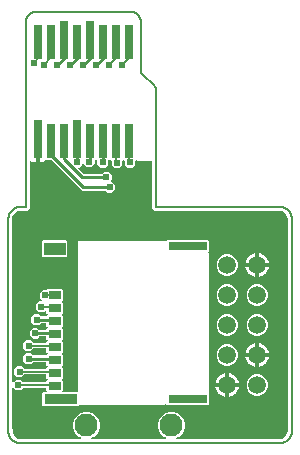
<source format=gbl>
G04 EAGLE Gerber RS-274X export*
G75*
%MOMM*%
%FSLAX34Y34*%
%LPD*%
%AMOC8*
5,1,8,0,0,1.08239X$1,22.5*%
G01*
%ADD10C,0.152400*%
%ADD11C,0.203200*%
%ADD12C,1.508000*%
%ADD13C,1.950000*%
%ADD14R,0.800000X2.900000*%
%ADD15R,0.800000X3.200000*%
%ADD16R,0.800000X3.300000*%
%ADD17R,3.330000X0.700000*%
%ADD18R,1.100000X0.700000*%
%ADD19R,1.830000X1.140000*%
%ADD20R,2.800000X0.860000*%
%ADD21C,0.254000*%
%ADD22C,0.609600*%

G36*
X61056Y3318D02*
X61056Y3318D01*
X61153Y3328D01*
X61177Y3338D01*
X61203Y3342D01*
X61289Y3388D01*
X61378Y3428D01*
X61397Y3445D01*
X61421Y3458D01*
X61488Y3528D01*
X61559Y3594D01*
X61572Y3617D01*
X61590Y3636D01*
X61631Y3724D01*
X61678Y3810D01*
X61683Y3835D01*
X61694Y3859D01*
X61704Y3956D01*
X61722Y4052D01*
X61718Y4078D01*
X61721Y4103D01*
X61700Y4199D01*
X61686Y4295D01*
X61674Y4318D01*
X61668Y4344D01*
X61618Y4427D01*
X61574Y4514D01*
X61556Y4533D01*
X61542Y4555D01*
X61468Y4618D01*
X61399Y4686D01*
X61370Y4702D01*
X61355Y4715D01*
X61325Y4727D01*
X61252Y4767D01*
X59623Y5442D01*
X56452Y8613D01*
X54735Y12757D01*
X54735Y17243D01*
X56452Y21387D01*
X59623Y24558D01*
X63767Y26275D01*
X68253Y26275D01*
X72397Y24558D01*
X75568Y21387D01*
X77285Y17243D01*
X77285Y12757D01*
X75568Y8613D01*
X72397Y5442D01*
X70768Y4767D01*
X70685Y4716D01*
X70599Y4670D01*
X70582Y4652D01*
X70559Y4638D01*
X70497Y4562D01*
X70430Y4492D01*
X70419Y4468D01*
X70402Y4448D01*
X70368Y4357D01*
X70326Y4269D01*
X70324Y4243D01*
X70314Y4219D01*
X70310Y4121D01*
X70299Y4025D01*
X70305Y3999D01*
X70304Y3973D01*
X70331Y3879D01*
X70352Y3784D01*
X70365Y3762D01*
X70372Y3737D01*
X70428Y3657D01*
X70478Y3573D01*
X70498Y3556D01*
X70513Y3535D01*
X70591Y3476D01*
X70665Y3413D01*
X70689Y3403D01*
X70710Y3388D01*
X70802Y3358D01*
X70893Y3321D01*
X70925Y3318D01*
X70944Y3312D01*
X70977Y3312D01*
X71060Y3303D01*
X132960Y3303D01*
X133056Y3318D01*
X133153Y3328D01*
X133177Y3338D01*
X133203Y3342D01*
X133289Y3388D01*
X133378Y3428D01*
X133397Y3445D01*
X133421Y3458D01*
X133488Y3528D01*
X133559Y3594D01*
X133572Y3617D01*
X133590Y3636D01*
X133631Y3724D01*
X133678Y3810D01*
X133683Y3835D01*
X133694Y3859D01*
X133704Y3956D01*
X133722Y4052D01*
X133718Y4078D01*
X133721Y4103D01*
X133700Y4199D01*
X133686Y4295D01*
X133674Y4318D01*
X133668Y4344D01*
X133618Y4427D01*
X133574Y4514D01*
X133556Y4533D01*
X133542Y4555D01*
X133468Y4618D01*
X133399Y4686D01*
X133370Y4702D01*
X133355Y4715D01*
X133325Y4727D01*
X133252Y4767D01*
X131623Y5442D01*
X128452Y8613D01*
X126735Y12757D01*
X126735Y17243D01*
X128452Y21387D01*
X131623Y24558D01*
X135767Y26275D01*
X140253Y26275D01*
X144397Y24558D01*
X147568Y21387D01*
X149285Y17243D01*
X149285Y12757D01*
X147568Y8613D01*
X144397Y5442D01*
X142768Y4767D01*
X142685Y4716D01*
X142599Y4670D01*
X142582Y4652D01*
X142559Y4638D01*
X142497Y4562D01*
X142430Y4492D01*
X142419Y4468D01*
X142402Y4448D01*
X142368Y4357D01*
X142326Y4269D01*
X142324Y4243D01*
X142314Y4219D01*
X142310Y4121D01*
X142299Y4025D01*
X142305Y3999D01*
X142304Y3973D01*
X142331Y3879D01*
X142352Y3784D01*
X142365Y3762D01*
X142372Y3737D01*
X142428Y3657D01*
X142478Y3573D01*
X142498Y3556D01*
X142513Y3535D01*
X142591Y3476D01*
X142665Y3413D01*
X142689Y3403D01*
X142710Y3388D01*
X142802Y3358D01*
X142893Y3321D01*
X142925Y3318D01*
X142944Y3312D01*
X142977Y3312D01*
X143060Y3303D01*
X227957Y3303D01*
X228048Y3317D01*
X228138Y3325D01*
X228168Y3337D01*
X228200Y3342D01*
X228281Y3385D01*
X228365Y3421D01*
X228397Y3447D01*
X228418Y3458D01*
X228440Y3481D01*
X228496Y3526D01*
X228527Y3557D01*
X230000Y3557D01*
X230026Y3561D01*
X230075Y3560D01*
X231183Y3670D01*
X231210Y3677D01*
X231239Y3677D01*
X231400Y3724D01*
X233448Y4572D01*
X233504Y4607D01*
X233564Y4632D01*
X233629Y4684D01*
X233657Y4702D01*
X233670Y4717D01*
X233695Y4737D01*
X235263Y6305D01*
X235301Y6358D01*
X235347Y6405D01*
X235387Y6478D01*
X235406Y6505D01*
X235412Y6523D01*
X235428Y6552D01*
X236276Y8600D01*
X236283Y8628D01*
X236296Y8653D01*
X236330Y8817D01*
X236440Y9925D01*
X236438Y9952D01*
X236443Y10000D01*
X236443Y11473D01*
X236474Y11504D01*
X236527Y11578D01*
X236587Y11648D01*
X236599Y11678D01*
X236618Y11704D01*
X236645Y11791D01*
X236679Y11876D01*
X236683Y11917D01*
X236690Y11939D01*
X236689Y11971D01*
X236697Y12043D01*
X236697Y187957D01*
X236683Y188048D01*
X236675Y188138D01*
X236663Y188168D01*
X236658Y188200D01*
X236615Y188281D01*
X236579Y188365D01*
X236553Y188397D01*
X236542Y188418D01*
X236519Y188440D01*
X236474Y188496D01*
X236443Y188527D01*
X236443Y190000D01*
X236439Y190026D01*
X236440Y190075D01*
X236330Y191183D01*
X236323Y191210D01*
X236323Y191239D01*
X236276Y191400D01*
X235428Y193448D01*
X235393Y193504D01*
X235368Y193564D01*
X235316Y193629D01*
X235298Y193657D01*
X235283Y193670D01*
X235263Y193695D01*
X233695Y195263D01*
X233642Y195301D01*
X233595Y195347D01*
X233522Y195387D01*
X233495Y195406D01*
X233477Y195412D01*
X233448Y195428D01*
X231400Y196276D01*
X231372Y196283D01*
X231347Y196296D01*
X231183Y196330D01*
X230075Y196440D01*
X230048Y196438D01*
X230000Y196443D01*
X228527Y196443D01*
X228496Y196474D01*
X228422Y196527D01*
X228352Y196587D01*
X228322Y196599D01*
X228296Y196618D01*
X228209Y196645D01*
X228124Y196679D01*
X228083Y196683D01*
X228061Y196690D01*
X228029Y196689D01*
X227957Y196697D01*
X123632Y196697D01*
X121697Y198632D01*
X121697Y238062D01*
X121686Y238133D01*
X121684Y238205D01*
X121666Y238254D01*
X121658Y238305D01*
X121624Y238368D01*
X121599Y238436D01*
X121567Y238477D01*
X121542Y238523D01*
X121491Y238572D01*
X121446Y238628D01*
X121402Y238656D01*
X121364Y238692D01*
X121299Y238722D01*
X121239Y238761D01*
X121188Y238774D01*
X121141Y238796D01*
X121070Y238803D01*
X121000Y238821D01*
X120948Y238817D01*
X120897Y238823D01*
X120826Y238807D01*
X120755Y238802D01*
X120707Y238781D01*
X120656Y238770D01*
X120595Y238733D01*
X120585Y238729D01*
X109474Y238729D01*
X108872Y239331D01*
X108814Y239373D01*
X108762Y239422D01*
X108715Y239444D01*
X108673Y239474D01*
X108604Y239495D01*
X108539Y239526D01*
X108487Y239531D01*
X108437Y239547D01*
X108366Y239545D01*
X108295Y239553D01*
X108244Y239542D01*
X108192Y239540D01*
X108124Y239516D01*
X108054Y239500D01*
X108009Y239474D01*
X107961Y239456D01*
X107905Y239411D01*
X107843Y239374D01*
X107809Y239335D01*
X107769Y239302D01*
X107730Y239242D01*
X107683Y239187D01*
X107664Y239139D01*
X107636Y239095D01*
X107618Y239026D01*
X107591Y238959D01*
X107583Y238888D01*
X107575Y238857D01*
X107577Y238833D01*
X107573Y238792D01*
X107573Y235606D01*
X104894Y232927D01*
X101106Y232927D01*
X98427Y235606D01*
X98427Y238714D01*
X98424Y238734D01*
X98426Y238753D01*
X98404Y238855D01*
X98388Y238957D01*
X98378Y238974D01*
X98374Y238994D01*
X98321Y239083D01*
X98272Y239174D01*
X98258Y239188D01*
X98248Y239205D01*
X98169Y239272D01*
X98094Y239344D01*
X98076Y239352D01*
X98061Y239365D01*
X97965Y239404D01*
X97871Y239447D01*
X97851Y239449D01*
X97833Y239457D01*
X97666Y239475D01*
X97334Y239475D01*
X97314Y239472D01*
X97295Y239474D01*
X97193Y239452D01*
X97091Y239436D01*
X97074Y239426D01*
X97054Y239422D01*
X96965Y239369D01*
X96874Y239320D01*
X96860Y239306D01*
X96843Y239296D01*
X96776Y239217D01*
X96704Y239142D01*
X96696Y239124D01*
X96683Y239109D01*
X96644Y239013D01*
X96601Y238919D01*
X96599Y238899D01*
X96591Y238881D01*
X96573Y238714D01*
X96573Y235106D01*
X93894Y232427D01*
X90106Y232427D01*
X87427Y235106D01*
X87427Y238714D01*
X87424Y238734D01*
X87426Y238753D01*
X87404Y238855D01*
X87388Y238957D01*
X87378Y238974D01*
X87374Y238994D01*
X87321Y239083D01*
X87272Y239174D01*
X87258Y239188D01*
X87248Y239205D01*
X87169Y239272D01*
X87094Y239344D01*
X87076Y239352D01*
X87061Y239365D01*
X86965Y239404D01*
X86871Y239447D01*
X86851Y239449D01*
X86833Y239457D01*
X86666Y239475D01*
X86368Y239475D01*
X86038Y239805D01*
X86022Y239817D01*
X86010Y239833D01*
X85923Y239889D01*
X85839Y239949D01*
X85820Y239955D01*
X85803Y239966D01*
X85702Y239991D01*
X85603Y240021D01*
X85584Y240021D01*
X85564Y240026D01*
X85461Y240018D01*
X85358Y240015D01*
X85339Y240008D01*
X85319Y240007D01*
X85224Y239966D01*
X85127Y239931D01*
X85111Y239918D01*
X85093Y239910D01*
X84962Y239805D01*
X84796Y239639D01*
X84743Y239565D01*
X84683Y239496D01*
X84671Y239466D01*
X84652Y239440D01*
X84625Y239353D01*
X84591Y239268D01*
X84587Y239227D01*
X84580Y239205D01*
X84581Y239172D01*
X84573Y239101D01*
X84573Y235606D01*
X81894Y232927D01*
X78106Y232927D01*
X75427Y235606D01*
X75427Y239101D01*
X75413Y239191D01*
X75405Y239282D01*
X75393Y239312D01*
X75388Y239344D01*
X75345Y239424D01*
X75309Y239508D01*
X75283Y239541D01*
X75272Y239561D01*
X75249Y239583D01*
X75204Y239639D01*
X75038Y239805D01*
X75022Y239817D01*
X75010Y239833D01*
X74922Y239889D01*
X74839Y239949D01*
X74820Y239955D01*
X74803Y239966D01*
X74702Y239991D01*
X74604Y240021D01*
X74584Y240021D01*
X74564Y240026D01*
X74461Y240018D01*
X74358Y240015D01*
X74339Y240008D01*
X74319Y240007D01*
X74224Y239966D01*
X74127Y239931D01*
X74111Y239918D01*
X74093Y239910D01*
X73962Y239805D01*
X73592Y239436D01*
X73591Y239436D01*
X73574Y239426D01*
X73554Y239422D01*
X73465Y239369D01*
X73374Y239320D01*
X73360Y239306D01*
X73343Y239296D01*
X73276Y239217D01*
X73204Y239142D01*
X73196Y239124D01*
X73183Y239109D01*
X73144Y239013D01*
X73101Y238919D01*
X73099Y238899D01*
X73091Y238881D01*
X73073Y238714D01*
X73073Y236106D01*
X70394Y233427D01*
X66606Y233427D01*
X63872Y236161D01*
X63814Y236203D01*
X63762Y236252D01*
X63715Y236274D01*
X63673Y236304D01*
X63604Y236326D01*
X63539Y236356D01*
X63487Y236361D01*
X63437Y236377D01*
X63366Y236375D01*
X63295Y236383D01*
X63244Y236372D01*
X63192Y236370D01*
X63124Y236346D01*
X63054Y236331D01*
X63009Y236304D01*
X62961Y236286D01*
X62905Y236241D01*
X62843Y236204D01*
X62809Y236165D01*
X62769Y236132D01*
X62730Y236072D01*
X62683Y236018D01*
X62664Y235969D01*
X62636Y235925D01*
X62618Y235856D01*
X62591Y235789D01*
X62583Y235718D01*
X62575Y235687D01*
X62577Y235664D01*
X62573Y235623D01*
X62573Y235606D01*
X59850Y232883D01*
X59795Y232854D01*
X59728Y232829D01*
X59687Y232797D01*
X59641Y232772D01*
X59592Y232720D01*
X59536Y232676D01*
X59507Y232632D01*
X59472Y232594D01*
X59441Y232529D01*
X59403Y232469D01*
X59390Y232418D01*
X59368Y232371D01*
X59360Y232300D01*
X59342Y232230D01*
X59347Y232178D01*
X59341Y232127D01*
X59356Y232056D01*
X59362Y231985D01*
X59382Y231937D01*
X59393Y231886D01*
X59430Y231825D01*
X59458Y231759D01*
X59503Y231703D01*
X59519Y231675D01*
X59537Y231660D01*
X59563Y231628D01*
X63173Y228018D01*
X63247Y227965D01*
X63316Y227905D01*
X63346Y227893D01*
X63373Y227874D01*
X63460Y227847D01*
X63544Y227813D01*
X63585Y227809D01*
X63608Y227802D01*
X63640Y227803D01*
X63711Y227795D01*
X79013Y227795D01*
X79103Y227809D01*
X79194Y227817D01*
X79223Y227829D01*
X79255Y227834D01*
X79336Y227877D01*
X79420Y227913D01*
X79452Y227939D01*
X79473Y227950D01*
X79495Y227973D01*
X79551Y228018D01*
X81106Y229573D01*
X84894Y229573D01*
X87573Y226894D01*
X87573Y223106D01*
X86839Y222372D01*
X86797Y222314D01*
X86748Y222262D01*
X86726Y222215D01*
X86696Y222173D01*
X86674Y222104D01*
X86644Y222039D01*
X86639Y221987D01*
X86623Y221937D01*
X86625Y221866D01*
X86617Y221795D01*
X86628Y221744D01*
X86630Y221692D01*
X86654Y221624D01*
X86669Y221554D01*
X86696Y221509D01*
X86714Y221461D01*
X86759Y221405D01*
X86796Y221343D01*
X86835Y221309D01*
X86868Y221269D01*
X86928Y221230D01*
X86982Y221183D01*
X87031Y221164D01*
X87075Y221136D01*
X87144Y221118D01*
X87211Y221091D01*
X87282Y221083D01*
X87313Y221075D01*
X87336Y221077D01*
X87377Y221073D01*
X87894Y221073D01*
X90573Y218394D01*
X90573Y214606D01*
X87894Y211927D01*
X84106Y211927D01*
X82551Y213482D01*
X82477Y213535D01*
X82407Y213595D01*
X82377Y213607D01*
X82351Y213626D01*
X82264Y213653D01*
X82179Y213687D01*
X82138Y213691D01*
X82116Y213698D01*
X82084Y213697D01*
X82013Y213705D01*
X62342Y213705D01*
X36795Y239252D01*
X36721Y239305D01*
X36652Y239365D01*
X36622Y239377D01*
X36596Y239396D01*
X36509Y239423D01*
X36424Y239457D01*
X36383Y239461D01*
X36361Y239468D01*
X36328Y239467D01*
X36257Y239475D01*
X31782Y239475D01*
X31715Y239464D01*
X31647Y239463D01*
X31594Y239445D01*
X31539Y239436D01*
X31479Y239404D01*
X31415Y239381D01*
X31371Y239347D01*
X31322Y239320D01*
X31275Y239271D01*
X31222Y239230D01*
X31175Y239166D01*
X31152Y239142D01*
X31143Y239123D01*
X31122Y239095D01*
X31033Y238940D01*
X30560Y238467D01*
X29981Y238132D01*
X29334Y237959D01*
X26523Y237959D01*
X26523Y256238D01*
X26520Y256258D01*
X26522Y256277D01*
X26500Y256379D01*
X26483Y256481D01*
X26474Y256498D01*
X26470Y256518D01*
X26417Y256607D01*
X26368Y256698D01*
X26354Y256712D01*
X26344Y256729D01*
X26265Y256796D01*
X26190Y256867D01*
X26172Y256876D01*
X26157Y256889D01*
X26061Y256928D01*
X25967Y256971D01*
X25947Y256973D01*
X25929Y256981D01*
X25762Y256999D01*
X24238Y256999D01*
X24218Y256996D01*
X24199Y256998D01*
X24097Y256976D01*
X23995Y256959D01*
X23978Y256950D01*
X23958Y256946D01*
X23869Y256893D01*
X23778Y256844D01*
X23764Y256830D01*
X23747Y256820D01*
X23680Y256741D01*
X23609Y256666D01*
X23600Y256648D01*
X23587Y256633D01*
X23548Y256537D01*
X23505Y256443D01*
X23503Y256423D01*
X23495Y256405D01*
X23477Y256238D01*
X23477Y237959D01*
X20666Y237959D01*
X20019Y238132D01*
X19445Y238464D01*
X19355Y238498D01*
X19269Y238538D01*
X19241Y238541D01*
X19215Y238551D01*
X19119Y238555D01*
X19025Y238565D01*
X18997Y238559D01*
X18969Y238560D01*
X18877Y238533D01*
X18784Y238513D01*
X18760Y238498D01*
X18733Y238490D01*
X18655Y238436D01*
X18573Y238387D01*
X18555Y238365D01*
X18532Y238349D01*
X18475Y238272D01*
X18413Y238200D01*
X18403Y238174D01*
X18386Y238151D01*
X18357Y238060D01*
X18321Y237972D01*
X18317Y237936D01*
X18311Y237917D01*
X18311Y237884D01*
X18303Y237805D01*
X18303Y198632D01*
X16368Y196697D01*
X10000Y196697D01*
X9974Y196693D01*
X9925Y196694D01*
X8767Y196580D01*
X8740Y196572D01*
X8712Y196572D01*
X8551Y196525D01*
X6411Y195639D01*
X6355Y195604D01*
X6295Y195579D01*
X6230Y195527D01*
X6202Y195509D01*
X6189Y195494D01*
X6164Y195474D01*
X4526Y193836D01*
X4488Y193783D01*
X4442Y193736D01*
X4402Y193663D01*
X4383Y193636D01*
X4377Y193618D01*
X4361Y193589D01*
X3475Y191449D01*
X3468Y191422D01*
X3455Y191397D01*
X3420Y191233D01*
X3306Y190075D01*
X3308Y190048D01*
X3303Y190000D01*
X3303Y52107D01*
X3314Y52037D01*
X3316Y51965D01*
X3334Y51916D01*
X3342Y51865D01*
X3376Y51801D01*
X3401Y51734D01*
X3433Y51693D01*
X3458Y51647D01*
X3510Y51598D01*
X3554Y51542D01*
X3598Y51514D01*
X3636Y51478D01*
X3701Y51448D01*
X3761Y51409D01*
X3812Y51396D01*
X3859Y51374D01*
X3930Y51366D01*
X4000Y51349D01*
X4052Y51353D01*
X4103Y51347D01*
X4174Y51362D01*
X4245Y51368D01*
X4293Y51388D01*
X4344Y51399D01*
X4405Y51436D01*
X4471Y51464D01*
X4527Y51509D01*
X4555Y51526D01*
X4570Y51543D01*
X4602Y51569D01*
X6606Y53573D01*
X10394Y53573D01*
X12457Y51510D01*
X12531Y51457D01*
X12601Y51397D01*
X12631Y51385D01*
X12657Y51366D01*
X12744Y51339D01*
X12829Y51305D01*
X12870Y51301D01*
X12892Y51294D01*
X12924Y51295D01*
X12995Y51287D01*
X31414Y51287D01*
X31434Y51290D01*
X31453Y51288D01*
X31555Y51310D01*
X31657Y51326D01*
X31674Y51336D01*
X31694Y51340D01*
X31783Y51393D01*
X31874Y51442D01*
X31888Y51456D01*
X31905Y51466D01*
X31972Y51545D01*
X32044Y51620D01*
X32052Y51638D01*
X32065Y51653D01*
X32104Y51749D01*
X32147Y51843D01*
X32149Y51863D01*
X32157Y51881D01*
X32175Y52048D01*
X32175Y52632D01*
X33005Y53462D01*
X33017Y53478D01*
X33033Y53490D01*
X33089Y53578D01*
X33149Y53661D01*
X33155Y53680D01*
X33166Y53697D01*
X33191Y53798D01*
X33221Y53897D01*
X33221Y53916D01*
X33226Y53936D01*
X33218Y54039D01*
X33215Y54142D01*
X33208Y54161D01*
X33207Y54181D01*
X33166Y54276D01*
X33131Y54373D01*
X33118Y54389D01*
X33110Y54407D01*
X33005Y54538D01*
X32175Y55368D01*
X32175Y57452D01*
X32172Y57472D01*
X32174Y57491D01*
X32152Y57593D01*
X32136Y57695D01*
X32126Y57712D01*
X32122Y57732D01*
X32069Y57821D01*
X32020Y57912D01*
X32006Y57926D01*
X31996Y57943D01*
X31917Y58010D01*
X31842Y58082D01*
X31824Y58090D01*
X31809Y58103D01*
X31713Y58142D01*
X31619Y58185D01*
X31599Y58187D01*
X31581Y58195D01*
X31414Y58213D01*
X13995Y58213D01*
X13905Y58199D01*
X13814Y58191D01*
X13785Y58179D01*
X13753Y58174D01*
X13672Y58131D01*
X13588Y58095D01*
X13556Y58069D01*
X13535Y58058D01*
X13513Y58035D01*
X13457Y57990D01*
X11394Y55927D01*
X7606Y55927D01*
X4927Y58606D01*
X4927Y62394D01*
X7606Y65073D01*
X11394Y65073D01*
X13457Y63010D01*
X13531Y62957D01*
X13601Y62897D01*
X13631Y62885D01*
X13657Y62866D01*
X13744Y62839D01*
X13829Y62805D01*
X13870Y62801D01*
X13892Y62794D01*
X13924Y62795D01*
X13995Y62787D01*
X31414Y62787D01*
X31434Y62790D01*
X31453Y62788D01*
X31555Y62810D01*
X31657Y62826D01*
X31674Y62836D01*
X31694Y62840D01*
X31783Y62893D01*
X31874Y62942D01*
X31888Y62956D01*
X31905Y62966D01*
X31972Y63045D01*
X32044Y63120D01*
X32052Y63138D01*
X32065Y63153D01*
X32104Y63249D01*
X32147Y63343D01*
X32149Y63363D01*
X32157Y63381D01*
X32175Y63548D01*
X32175Y63632D01*
X33005Y64462D01*
X33017Y64478D01*
X33033Y64490D01*
X33089Y64578D01*
X33149Y64661D01*
X33155Y64680D01*
X33166Y64697D01*
X33191Y64798D01*
X33221Y64897D01*
X33221Y64916D01*
X33226Y64936D01*
X33218Y65039D01*
X33215Y65142D01*
X33208Y65161D01*
X33207Y65181D01*
X33166Y65276D01*
X33131Y65373D01*
X33118Y65389D01*
X33110Y65407D01*
X33005Y65538D01*
X32175Y66368D01*
X32175Y67944D01*
X32172Y67964D01*
X32174Y67983D01*
X32152Y68085D01*
X32136Y68187D01*
X32126Y68204D01*
X32122Y68224D01*
X32069Y68313D01*
X32020Y68404D01*
X32006Y68418D01*
X31996Y68435D01*
X31917Y68502D01*
X31842Y68574D01*
X31824Y68582D01*
X31809Y68595D01*
X31713Y68634D01*
X31619Y68677D01*
X31599Y68679D01*
X31581Y68687D01*
X31414Y68705D01*
X21187Y68705D01*
X21097Y68691D01*
X21006Y68683D01*
X20977Y68671D01*
X20945Y68666D01*
X20864Y68623D01*
X20780Y68587D01*
X20748Y68561D01*
X20727Y68550D01*
X20705Y68527D01*
X20649Y68482D01*
X19094Y66927D01*
X15306Y66927D01*
X12627Y69606D01*
X12627Y73394D01*
X15306Y76073D01*
X19094Y76073D01*
X20649Y74518D01*
X20723Y74465D01*
X20793Y74405D01*
X20823Y74393D01*
X20849Y74374D01*
X20936Y74347D01*
X21021Y74313D01*
X21062Y74309D01*
X21084Y74302D01*
X21116Y74303D01*
X21187Y74295D01*
X31523Y74295D01*
X31613Y74309D01*
X31704Y74317D01*
X31734Y74329D01*
X31766Y74334D01*
X31847Y74377D01*
X31930Y74413D01*
X31963Y74439D01*
X31983Y74450D01*
X32005Y74473D01*
X32061Y74518D01*
X33005Y75462D01*
X33017Y75478D01*
X33033Y75490D01*
X33089Y75578D01*
X33149Y75661D01*
X33155Y75680D01*
X33166Y75697D01*
X33191Y75798D01*
X33221Y75897D01*
X33221Y75916D01*
X33226Y75936D01*
X33218Y76039D01*
X33215Y76142D01*
X33208Y76161D01*
X33207Y76181D01*
X33166Y76276D01*
X33131Y76373D01*
X33118Y76389D01*
X33110Y76407D01*
X33005Y76538D01*
X32175Y77368D01*
X32175Y79452D01*
X32174Y79462D01*
X32174Y79467D01*
X32172Y79475D01*
X32174Y79491D01*
X32152Y79593D01*
X32136Y79695D01*
X32126Y79712D01*
X32122Y79732D01*
X32069Y79821D01*
X32020Y79912D01*
X32006Y79926D01*
X31996Y79943D01*
X31917Y80010D01*
X31842Y80082D01*
X31824Y80090D01*
X31809Y80103D01*
X31713Y80142D01*
X31619Y80185D01*
X31599Y80187D01*
X31581Y80195D01*
X31414Y80213D01*
X21695Y80213D01*
X21605Y80199D01*
X21514Y80191D01*
X21485Y80179D01*
X21453Y80174D01*
X21372Y80131D01*
X21288Y80095D01*
X21256Y80069D01*
X21235Y80058D01*
X21213Y80035D01*
X21211Y80034D01*
X21208Y80031D01*
X21157Y79990D01*
X19094Y77927D01*
X15306Y77927D01*
X12627Y80606D01*
X12627Y84394D01*
X15306Y87073D01*
X19094Y87073D01*
X21157Y85010D01*
X21231Y84957D01*
X21301Y84897D01*
X21331Y84885D01*
X21357Y84866D01*
X21444Y84839D01*
X21529Y84805D01*
X21570Y84801D01*
X21592Y84794D01*
X21624Y84795D01*
X21695Y84787D01*
X31414Y84787D01*
X31434Y84790D01*
X31453Y84788D01*
X31555Y84810D01*
X31657Y84826D01*
X31674Y84836D01*
X31694Y84840D01*
X31783Y84893D01*
X31874Y84942D01*
X31888Y84956D01*
X31905Y84966D01*
X31972Y85045D01*
X32044Y85120D01*
X32052Y85138D01*
X32065Y85153D01*
X32104Y85249D01*
X32147Y85343D01*
X32149Y85363D01*
X32157Y85381D01*
X32175Y85548D01*
X32175Y85632D01*
X33005Y86462D01*
X33017Y86478D01*
X33033Y86490D01*
X33089Y86578D01*
X33149Y86661D01*
X33155Y86680D01*
X33166Y86697D01*
X33191Y86798D01*
X33221Y86897D01*
X33221Y86916D01*
X33226Y86936D01*
X33218Y87039D01*
X33215Y87142D01*
X33208Y87161D01*
X33207Y87181D01*
X33166Y87276D01*
X33131Y87373D01*
X33118Y87389D01*
X33110Y87407D01*
X33005Y87538D01*
X32175Y88368D01*
X32175Y89444D01*
X32172Y89464D01*
X32174Y89483D01*
X32152Y89585D01*
X32136Y89687D01*
X32126Y89704D01*
X32122Y89724D01*
X32069Y89813D01*
X32020Y89904D01*
X32006Y89918D01*
X31996Y89935D01*
X31917Y90002D01*
X31842Y90074D01*
X31824Y90082D01*
X31809Y90095D01*
X31713Y90134D01*
X31619Y90177D01*
X31599Y90179D01*
X31581Y90187D01*
X31414Y90205D01*
X26487Y90205D01*
X26397Y90191D01*
X26306Y90183D01*
X26277Y90171D01*
X26245Y90166D01*
X26164Y90123D01*
X26080Y90087D01*
X26048Y90061D01*
X26027Y90050D01*
X26005Y90027D01*
X25949Y89982D01*
X24394Y88427D01*
X20606Y88427D01*
X17927Y91106D01*
X17927Y94894D01*
X20606Y97573D01*
X24394Y97573D01*
X25949Y96018D01*
X26023Y95965D01*
X26093Y95905D01*
X26123Y95893D01*
X26149Y95874D01*
X26236Y95847D01*
X26321Y95813D01*
X26362Y95809D01*
X26384Y95802D01*
X26416Y95803D01*
X26487Y95795D01*
X31414Y95795D01*
X31434Y95798D01*
X31453Y95796D01*
X31555Y95818D01*
X31657Y95834D01*
X31674Y95844D01*
X31694Y95848D01*
X31783Y95901D01*
X31874Y95950D01*
X31888Y95964D01*
X31905Y95974D01*
X31972Y96053D01*
X32044Y96128D01*
X32052Y96146D01*
X32065Y96161D01*
X32104Y96257D01*
X32147Y96351D01*
X32149Y96371D01*
X32157Y96389D01*
X32175Y96556D01*
X32175Y96632D01*
X33005Y97462D01*
X33017Y97478D01*
X33033Y97490D01*
X33089Y97578D01*
X33149Y97661D01*
X33155Y97680D01*
X33166Y97697D01*
X33191Y97798D01*
X33221Y97897D01*
X33221Y97916D01*
X33226Y97936D01*
X33218Y98039D01*
X33215Y98142D01*
X33208Y98161D01*
X33207Y98181D01*
X33166Y98276D01*
X33131Y98373D01*
X33118Y98389D01*
X33110Y98407D01*
X33005Y98538D01*
X32175Y99368D01*
X32175Y100944D01*
X32172Y100964D01*
X32174Y100983D01*
X32152Y101085D01*
X32136Y101187D01*
X32126Y101204D01*
X32122Y101224D01*
X32069Y101313D01*
X32020Y101404D01*
X32006Y101418D01*
X31996Y101435D01*
X31917Y101502D01*
X31842Y101574D01*
X31824Y101582D01*
X31809Y101595D01*
X31713Y101634D01*
X31619Y101677D01*
X31599Y101679D01*
X31581Y101687D01*
X31414Y101705D01*
X27987Y101705D01*
X27897Y101691D01*
X27806Y101683D01*
X27777Y101671D01*
X27745Y101666D01*
X27664Y101623D01*
X27580Y101587D01*
X27548Y101561D01*
X27527Y101550D01*
X27505Y101527D01*
X27449Y101482D01*
X25894Y99927D01*
X22106Y99927D01*
X19427Y102606D01*
X19427Y106394D01*
X22106Y109073D01*
X25894Y109073D01*
X27449Y107518D01*
X27523Y107465D01*
X27593Y107405D01*
X27623Y107393D01*
X27649Y107374D01*
X27736Y107347D01*
X27821Y107313D01*
X27862Y107309D01*
X27884Y107302D01*
X27916Y107303D01*
X27987Y107295D01*
X31523Y107295D01*
X31613Y107309D01*
X31704Y107317D01*
X31734Y107329D01*
X31766Y107334D01*
X31847Y107377D01*
X31930Y107413D01*
X31963Y107439D01*
X31983Y107450D01*
X32005Y107473D01*
X32061Y107518D01*
X33005Y108462D01*
X33017Y108478D01*
X33033Y108490D01*
X33089Y108577D01*
X33149Y108661D01*
X33155Y108681D01*
X33166Y108697D01*
X33191Y108798D01*
X33221Y108897D01*
X33221Y108916D01*
X33226Y108936D01*
X33218Y109039D01*
X33215Y109142D01*
X33208Y109161D01*
X33207Y109181D01*
X33166Y109276D01*
X33130Y109373D01*
X33118Y109389D01*
X33110Y109407D01*
X33005Y109538D01*
X32175Y110368D01*
X32175Y111371D01*
X32164Y111441D01*
X32162Y111513D01*
X32144Y111562D01*
X32136Y111613D01*
X32102Y111677D01*
X32077Y111744D01*
X32045Y111785D01*
X32020Y111831D01*
X31968Y111880D01*
X31924Y111936D01*
X31880Y111964D01*
X31842Y112000D01*
X31777Y112030D01*
X31717Y112069D01*
X31666Y112082D01*
X31619Y112104D01*
X31548Y112112D01*
X31478Y112129D01*
X31426Y112125D01*
X31375Y112131D01*
X31304Y112116D01*
X31233Y112110D01*
X31185Y112090D01*
X31134Y112079D01*
X31073Y112042D01*
X31007Y112014D01*
X30951Y111969D01*
X30923Y111952D01*
X30908Y111935D01*
X30876Y111909D01*
X29894Y110927D01*
X26106Y110927D01*
X23427Y113606D01*
X23427Y117394D01*
X26106Y120073D01*
X27623Y120073D01*
X27693Y120084D01*
X27765Y120086D01*
X27814Y120104D01*
X27865Y120112D01*
X27929Y120146D01*
X27996Y120171D01*
X28037Y120203D01*
X28083Y120228D01*
X28132Y120280D01*
X28188Y120324D01*
X28216Y120368D01*
X28252Y120406D01*
X28282Y120471D01*
X28321Y120531D01*
X28334Y120582D01*
X28356Y120629D01*
X28364Y120700D01*
X28381Y120770D01*
X28377Y120822D01*
X28383Y120873D01*
X28368Y120944D01*
X28362Y121015D01*
X28342Y121063D01*
X28331Y121114D01*
X28294Y121175D01*
X28266Y121241D01*
X28221Y121297D01*
X28204Y121325D01*
X28187Y121340D01*
X28161Y121372D01*
X26427Y123106D01*
X26427Y126894D01*
X29106Y129573D01*
X31801Y129573D01*
X31891Y129587D01*
X31982Y129595D01*
X32012Y129607D01*
X32044Y129612D01*
X32125Y129655D01*
X32208Y129691D01*
X32241Y129717D01*
X32261Y129728D01*
X32283Y129751D01*
X32339Y129796D01*
X33068Y130525D01*
X45332Y130525D01*
X46225Y129632D01*
X46225Y121368D01*
X45395Y120538D01*
X45383Y120522D01*
X45367Y120510D01*
X45311Y120422D01*
X45251Y120339D01*
X45245Y120320D01*
X45234Y120303D01*
X45209Y120202D01*
X45179Y120103D01*
X45179Y120084D01*
X45174Y120064D01*
X45182Y119961D01*
X45185Y119858D01*
X45192Y119839D01*
X45193Y119819D01*
X45234Y119724D01*
X45269Y119627D01*
X45282Y119611D01*
X45290Y119593D01*
X45395Y119462D01*
X46225Y118632D01*
X46225Y110368D01*
X45395Y109538D01*
X45383Y109522D01*
X45367Y109510D01*
X45311Y109422D01*
X45251Y109339D01*
X45245Y109320D01*
X45234Y109303D01*
X45209Y109202D01*
X45179Y109103D01*
X45179Y109084D01*
X45174Y109064D01*
X45182Y108961D01*
X45185Y108858D01*
X45192Y108839D01*
X45193Y108819D01*
X45234Y108724D01*
X45269Y108627D01*
X45282Y108611D01*
X45290Y108593D01*
X45395Y108462D01*
X46225Y107632D01*
X46225Y99368D01*
X45395Y98538D01*
X45383Y98522D01*
X45367Y98510D01*
X45311Y98422D01*
X45251Y98339D01*
X45245Y98320D01*
X45234Y98303D01*
X45209Y98202D01*
X45179Y98103D01*
X45179Y98084D01*
X45174Y98064D01*
X45182Y97961D01*
X45185Y97858D01*
X45192Y97839D01*
X45193Y97819D01*
X45234Y97724D01*
X45269Y97627D01*
X45282Y97611D01*
X45290Y97593D01*
X45395Y97462D01*
X46225Y96632D01*
X46225Y88368D01*
X45395Y87538D01*
X45383Y87522D01*
X45367Y87510D01*
X45311Y87422D01*
X45251Y87339D01*
X45245Y87320D01*
X45234Y87303D01*
X45209Y87202D01*
X45179Y87103D01*
X45179Y87084D01*
X45174Y87064D01*
X45182Y86961D01*
X45185Y86858D01*
X45192Y86839D01*
X45193Y86819D01*
X45234Y86724D01*
X45269Y86627D01*
X45282Y86611D01*
X45290Y86593D01*
X45395Y86462D01*
X46225Y85632D01*
X46225Y77368D01*
X45395Y76538D01*
X45383Y76522D01*
X45367Y76510D01*
X45311Y76422D01*
X45251Y76339D01*
X45245Y76320D01*
X45234Y76303D01*
X45209Y76202D01*
X45179Y76103D01*
X45179Y76084D01*
X45174Y76064D01*
X45182Y75961D01*
X45185Y75858D01*
X45192Y75839D01*
X45193Y75819D01*
X45234Y75724D01*
X45269Y75627D01*
X45282Y75611D01*
X45290Y75593D01*
X45395Y75462D01*
X46225Y74632D01*
X46225Y66368D01*
X45395Y65538D01*
X45383Y65522D01*
X45367Y65510D01*
X45311Y65422D01*
X45251Y65339D01*
X45245Y65320D01*
X45234Y65303D01*
X45209Y65202D01*
X45179Y65103D01*
X45179Y65084D01*
X45174Y65064D01*
X45182Y64961D01*
X45185Y64858D01*
X45192Y64839D01*
X45193Y64819D01*
X45234Y64724D01*
X45269Y64627D01*
X45282Y64611D01*
X45290Y64593D01*
X45395Y64462D01*
X46225Y63632D01*
X46225Y55368D01*
X45395Y54538D01*
X45383Y54522D01*
X45367Y54510D01*
X45311Y54422D01*
X45251Y54339D01*
X45245Y54320D01*
X45234Y54303D01*
X45209Y54202D01*
X45179Y54103D01*
X45179Y54084D01*
X45174Y54064D01*
X45182Y53961D01*
X45185Y53858D01*
X45192Y53839D01*
X45193Y53819D01*
X45234Y53724D01*
X45269Y53627D01*
X45282Y53611D01*
X45290Y53593D01*
X45395Y53462D01*
X46225Y52632D01*
X46225Y44368D01*
X45881Y44024D01*
X45839Y43966D01*
X45789Y43914D01*
X45767Y43867D01*
X45737Y43825D01*
X45716Y43756D01*
X45686Y43691D01*
X45680Y43639D01*
X45665Y43589D01*
X45667Y43518D01*
X45659Y43447D01*
X45670Y43396D01*
X45671Y43344D01*
X45696Y43276D01*
X45711Y43206D01*
X45738Y43161D01*
X45755Y43113D01*
X45800Y43057D01*
X45837Y42995D01*
X45877Y42961D01*
X45909Y42921D01*
X45969Y42882D01*
X46024Y42835D01*
X46072Y42816D01*
X46116Y42788D01*
X46185Y42770D01*
X46252Y42743D01*
X46323Y42735D01*
X46355Y42727D01*
X46378Y42729D01*
X46419Y42725D01*
X58103Y42725D01*
X58123Y42728D01*
X58142Y42726D01*
X58244Y42748D01*
X58346Y42764D01*
X58363Y42774D01*
X58383Y42778D01*
X58472Y42831D01*
X58563Y42880D01*
X58577Y42894D01*
X58594Y42904D01*
X58661Y42983D01*
X58733Y43058D01*
X58741Y43076D01*
X58754Y43091D01*
X58793Y43187D01*
X58836Y43281D01*
X58838Y43301D01*
X58846Y43319D01*
X58864Y43486D01*
X58864Y170263D01*
X59237Y170636D01*
X133364Y170636D01*
X133454Y170650D01*
X133545Y170658D01*
X133575Y170670D01*
X133607Y170675D01*
X133688Y170718D01*
X133771Y170754D01*
X133804Y170780D01*
X133824Y170791D01*
X133846Y170814D01*
X133902Y170859D01*
X134568Y171525D01*
X169132Y171525D01*
X170025Y170632D01*
X170025Y162368D01*
X169566Y161910D01*
X169554Y161893D01*
X169539Y161881D01*
X169483Y161794D01*
X169422Y161710D01*
X169417Y161691D01*
X169406Y161674D01*
X169380Y161574D01*
X169350Y161475D01*
X169351Y161455D01*
X169346Y161436D01*
X169354Y161333D01*
X169356Y161229D01*
X169363Y161210D01*
X169365Y161190D01*
X169405Y161095D01*
X169441Y160998D01*
X169453Y160982D01*
X169461Y160964D01*
X169566Y160833D01*
X170136Y160263D01*
X170136Y41706D01*
X170135Y41705D01*
X170123Y41675D01*
X170104Y41649D01*
X170077Y41562D01*
X170043Y41477D01*
X170039Y41436D01*
X170032Y41414D01*
X170033Y41382D01*
X170025Y41310D01*
X170025Y32768D01*
X169132Y31875D01*
X134568Y31875D01*
X133960Y32484D01*
X133944Y32496D01*
X133931Y32511D01*
X133844Y32567D01*
X133760Y32628D01*
X133741Y32633D01*
X133724Y32644D01*
X133624Y32669D01*
X133525Y32700D01*
X133505Y32699D01*
X133486Y32704D01*
X133383Y32696D01*
X133279Y32694D01*
X133260Y32687D01*
X133240Y32685D01*
X133145Y32645D01*
X133048Y32609D01*
X133032Y32597D01*
X133014Y32589D01*
X132883Y32484D01*
X132763Y32364D01*
X60436Y32364D01*
X60346Y32350D01*
X60255Y32342D01*
X60225Y32330D01*
X60193Y32325D01*
X60112Y32282D01*
X60029Y32246D01*
X59996Y32220D01*
X59976Y32209D01*
X59954Y32186D01*
X59898Y32141D01*
X58832Y31075D01*
X29568Y31075D01*
X28675Y31968D01*
X28675Y41832D01*
X29568Y42725D01*
X31981Y42725D01*
X32052Y42736D01*
X32124Y42738D01*
X32173Y42756D01*
X32224Y42764D01*
X32287Y42798D01*
X32355Y42823D01*
X32395Y42855D01*
X32441Y42880D01*
X32491Y42932D01*
X32547Y42976D01*
X32575Y43020D01*
X32611Y43058D01*
X32641Y43123D01*
X32680Y43183D01*
X32692Y43234D01*
X32714Y43281D01*
X32722Y43352D01*
X32740Y43422D01*
X32736Y43474D01*
X32741Y43525D01*
X32726Y43596D01*
X32721Y43667D01*
X32700Y43715D01*
X32689Y43766D01*
X32652Y43827D01*
X32624Y43893D01*
X32579Y43949D01*
X32563Y43977D01*
X32545Y43992D01*
X32519Y44024D01*
X32175Y44368D01*
X32175Y45952D01*
X32173Y45964D01*
X32174Y45972D01*
X32173Y45979D01*
X32174Y45991D01*
X32152Y46093D01*
X32136Y46195D01*
X32126Y46212D01*
X32122Y46232D01*
X32069Y46321D01*
X32020Y46412D01*
X32006Y46426D01*
X31996Y46443D01*
X31917Y46510D01*
X31842Y46582D01*
X31824Y46590D01*
X31809Y46603D01*
X31713Y46642D01*
X31619Y46685D01*
X31599Y46687D01*
X31581Y46695D01*
X31414Y46713D01*
X12995Y46713D01*
X12905Y46699D01*
X12814Y46691D01*
X12785Y46679D01*
X12753Y46674D01*
X12672Y46631D01*
X12588Y46595D01*
X12556Y46569D01*
X12535Y46558D01*
X12518Y46540D01*
X12516Y46539D01*
X12509Y46532D01*
X12457Y46490D01*
X10394Y44427D01*
X6606Y44427D01*
X4602Y46431D01*
X4544Y46473D01*
X4492Y46522D01*
X4445Y46544D01*
X4403Y46574D01*
X4334Y46596D01*
X4269Y46626D01*
X4217Y46631D01*
X4167Y46647D01*
X4096Y46645D01*
X4025Y46653D01*
X3974Y46642D01*
X3922Y46640D01*
X3854Y46616D01*
X3784Y46601D01*
X3739Y46574D01*
X3691Y46556D01*
X3635Y46511D01*
X3573Y46474D01*
X3539Y46435D01*
X3499Y46402D01*
X3460Y46342D01*
X3413Y46288D01*
X3394Y46239D01*
X3366Y46195D01*
X3348Y46126D01*
X3321Y46059D01*
X3313Y45988D01*
X3305Y45957D01*
X3307Y45934D01*
X3303Y45893D01*
X3303Y12043D01*
X3317Y11952D01*
X3325Y11862D01*
X3337Y11832D01*
X3342Y11800D01*
X3385Y11719D01*
X3421Y11635D01*
X3447Y11603D01*
X3458Y11582D01*
X3481Y11560D01*
X3526Y11504D01*
X3557Y11473D01*
X3557Y10000D01*
X3561Y9974D01*
X3560Y9925D01*
X3670Y8817D01*
X3677Y8790D01*
X3677Y8761D01*
X3724Y8600D01*
X4572Y6552D01*
X4607Y6496D01*
X4632Y6436D01*
X4684Y6371D01*
X4702Y6343D01*
X4717Y6330D01*
X4737Y6305D01*
X6305Y4737D01*
X6358Y4699D01*
X6405Y4653D01*
X6478Y4613D01*
X6505Y4594D01*
X6523Y4588D01*
X6552Y4572D01*
X8600Y3724D01*
X8628Y3717D01*
X8653Y3704D01*
X8817Y3670D01*
X9925Y3560D01*
X9952Y3562D01*
X10000Y3557D01*
X11473Y3557D01*
X11504Y3526D01*
X11578Y3473D01*
X11648Y3413D01*
X11678Y3401D01*
X11704Y3382D01*
X11791Y3355D01*
X11876Y3321D01*
X11917Y3317D01*
X11939Y3310D01*
X11971Y3311D01*
X12043Y3303D01*
X60960Y3303D01*
X61056Y3318D01*
G37*
%LPC*%
G36*
X29568Y157075D02*
X29568Y157075D01*
X28675Y157968D01*
X28675Y170632D01*
X29568Y171525D01*
X49132Y171525D01*
X50025Y170632D01*
X50025Y157968D01*
X49132Y157075D01*
X29568Y157075D01*
G37*
%LPD*%
%LPC*%
G36*
X183497Y141735D02*
X183497Y141735D01*
X180165Y143115D01*
X177615Y145665D01*
X176235Y148997D01*
X176235Y152603D01*
X177615Y155935D01*
X180165Y158485D01*
X183497Y159865D01*
X187103Y159865D01*
X190435Y158485D01*
X192985Y155935D01*
X194365Y152603D01*
X194365Y148997D01*
X192985Y145665D01*
X190435Y143115D01*
X187103Y141735D01*
X183497Y141735D01*
G37*
%LPD*%
%LPC*%
G36*
X208897Y116335D02*
X208897Y116335D01*
X205565Y117715D01*
X203015Y120265D01*
X201635Y123597D01*
X201635Y127203D01*
X203015Y130535D01*
X205565Y133085D01*
X208897Y134465D01*
X212503Y134465D01*
X215835Y133085D01*
X218385Y130535D01*
X219765Y127203D01*
X219765Y123597D01*
X218385Y120265D01*
X215835Y117715D01*
X212503Y116335D01*
X208897Y116335D01*
G37*
%LPD*%
%LPC*%
G36*
X183497Y116335D02*
X183497Y116335D01*
X180165Y117715D01*
X177615Y120265D01*
X176235Y123597D01*
X176235Y127203D01*
X177615Y130535D01*
X180165Y133085D01*
X183497Y134465D01*
X187103Y134465D01*
X190435Y133085D01*
X192985Y130535D01*
X194365Y127203D01*
X194365Y123597D01*
X192985Y120265D01*
X190435Y117715D01*
X187103Y116335D01*
X183497Y116335D01*
G37*
%LPD*%
%LPC*%
G36*
X208897Y90935D02*
X208897Y90935D01*
X205565Y92315D01*
X203015Y94865D01*
X201635Y98197D01*
X201635Y101803D01*
X203015Y105135D01*
X205565Y107685D01*
X208897Y109065D01*
X212503Y109065D01*
X215835Y107685D01*
X218385Y105135D01*
X219765Y101803D01*
X219765Y98197D01*
X218385Y94865D01*
X215835Y92315D01*
X212503Y90935D01*
X208897Y90935D01*
G37*
%LPD*%
%LPC*%
G36*
X183497Y90935D02*
X183497Y90935D01*
X180165Y92315D01*
X177615Y94865D01*
X176235Y98197D01*
X176235Y101803D01*
X177615Y105135D01*
X180165Y107685D01*
X183497Y109065D01*
X187103Y109065D01*
X190435Y107685D01*
X192985Y105135D01*
X194365Y101803D01*
X194365Y98197D01*
X192985Y94865D01*
X190435Y92315D01*
X187103Y90935D01*
X183497Y90935D01*
G37*
%LPD*%
%LPC*%
G36*
X183497Y65535D02*
X183497Y65535D01*
X180165Y66915D01*
X177615Y69465D01*
X176235Y72797D01*
X176235Y76403D01*
X177615Y79735D01*
X180165Y82285D01*
X183497Y83665D01*
X187103Y83665D01*
X190435Y82285D01*
X192985Y79735D01*
X194365Y76403D01*
X194365Y72797D01*
X192985Y69465D01*
X190435Y66915D01*
X187103Y65535D01*
X183497Y65535D01*
G37*
%LPD*%
%LPC*%
G36*
X208897Y40135D02*
X208897Y40135D01*
X205565Y41515D01*
X203015Y44065D01*
X201635Y47397D01*
X201635Y51003D01*
X203015Y54335D01*
X205565Y56885D01*
X208897Y58265D01*
X212503Y58265D01*
X215835Y56885D01*
X218385Y54335D01*
X219765Y51003D01*
X219765Y47397D01*
X218385Y44065D01*
X215835Y41515D01*
X212503Y40135D01*
X208897Y40135D01*
G37*
%LPD*%
%LPC*%
G36*
X212223Y76123D02*
X212223Y76123D01*
X212223Y84565D01*
X213061Y84433D01*
X214570Y83942D01*
X215983Y83222D01*
X217267Y82289D01*
X218389Y81167D01*
X219322Y79883D01*
X220042Y78470D01*
X220533Y76961D01*
X220665Y76123D01*
X212223Y76123D01*
G37*
%LPD*%
%LPC*%
G36*
X212223Y152323D02*
X212223Y152323D01*
X212223Y160765D01*
X213061Y160633D01*
X214570Y160142D01*
X215983Y159422D01*
X217267Y158489D01*
X218389Y157367D01*
X219322Y156083D01*
X220042Y154670D01*
X220533Y153161D01*
X220665Y152323D01*
X212223Y152323D01*
G37*
%LPD*%
%LPC*%
G36*
X186823Y50723D02*
X186823Y50723D01*
X186823Y59165D01*
X187661Y59033D01*
X189170Y58542D01*
X190583Y57822D01*
X191867Y56889D01*
X192989Y55767D01*
X193922Y54483D01*
X194642Y53070D01*
X195133Y51561D01*
X195265Y50723D01*
X186823Y50723D01*
G37*
%LPD*%
%LPC*%
G36*
X200735Y76123D02*
X200735Y76123D01*
X200867Y76961D01*
X201358Y78470D01*
X202078Y79883D01*
X203011Y81167D01*
X204133Y82289D01*
X205417Y83222D01*
X206830Y83942D01*
X208339Y84433D01*
X209177Y84565D01*
X209177Y76123D01*
X200735Y76123D01*
G37*
%LPD*%
%LPC*%
G36*
X200735Y152323D02*
X200735Y152323D01*
X200867Y153161D01*
X201358Y154670D01*
X202078Y156083D01*
X203011Y157367D01*
X204133Y158489D01*
X205417Y159422D01*
X206830Y160142D01*
X208339Y160633D01*
X209177Y160765D01*
X209177Y152323D01*
X200735Y152323D01*
G37*
%LPD*%
%LPC*%
G36*
X212223Y149277D02*
X212223Y149277D01*
X220665Y149277D01*
X220533Y148439D01*
X220042Y146930D01*
X219322Y145517D01*
X218389Y144233D01*
X217267Y143111D01*
X215983Y142178D01*
X214570Y141458D01*
X213061Y140967D01*
X212223Y140835D01*
X212223Y149277D01*
G37*
%LPD*%
%LPC*%
G36*
X212223Y73077D02*
X212223Y73077D01*
X220665Y73077D01*
X220533Y72239D01*
X220042Y70730D01*
X219322Y69317D01*
X218389Y68033D01*
X217267Y66911D01*
X215983Y65978D01*
X214570Y65258D01*
X213061Y64767D01*
X212223Y64635D01*
X212223Y73077D01*
G37*
%LPD*%
%LPC*%
G36*
X175335Y50723D02*
X175335Y50723D01*
X175467Y51561D01*
X175958Y53070D01*
X176678Y54483D01*
X177611Y55767D01*
X178733Y56889D01*
X180017Y57822D01*
X181430Y58542D01*
X182939Y59033D01*
X183777Y59165D01*
X183777Y50723D01*
X175335Y50723D01*
G37*
%LPD*%
%LPC*%
G36*
X186823Y47677D02*
X186823Y47677D01*
X195265Y47677D01*
X195133Y46839D01*
X194642Y45330D01*
X193922Y43917D01*
X192989Y42633D01*
X191867Y41511D01*
X190583Y40578D01*
X189170Y39858D01*
X187661Y39367D01*
X186823Y39235D01*
X186823Y47677D01*
G37*
%LPD*%
%LPC*%
G36*
X208339Y140967D02*
X208339Y140967D01*
X206830Y141458D01*
X205417Y142178D01*
X204133Y143111D01*
X203011Y144233D01*
X202078Y145517D01*
X201358Y146930D01*
X200867Y148439D01*
X200735Y149277D01*
X209177Y149277D01*
X209177Y140835D01*
X208339Y140967D01*
G37*
%LPD*%
%LPC*%
G36*
X208339Y64767D02*
X208339Y64767D01*
X206830Y65258D01*
X205417Y65978D01*
X204133Y66911D01*
X203011Y68033D01*
X202078Y69317D01*
X201358Y70730D01*
X200867Y72239D01*
X200735Y73077D01*
X209177Y73077D01*
X209177Y64635D01*
X208339Y64767D01*
G37*
%LPD*%
%LPC*%
G36*
X182939Y39367D02*
X182939Y39367D01*
X181430Y39858D01*
X180017Y40578D01*
X178733Y41511D01*
X177611Y42633D01*
X176678Y43917D01*
X175958Y45330D01*
X175467Y46839D01*
X175335Y47677D01*
X183777Y47677D01*
X183777Y39235D01*
X182939Y39367D01*
G37*
%LPD*%
%LPC*%
G36*
X210699Y150799D02*
X210699Y150799D01*
X210699Y150801D01*
X210701Y150801D01*
X210701Y150799D01*
X210699Y150799D01*
G37*
%LPD*%
%LPC*%
G36*
X210699Y74599D02*
X210699Y74599D01*
X210699Y74601D01*
X210701Y74601D01*
X210701Y74599D01*
X210699Y74599D01*
G37*
%LPD*%
%LPC*%
G36*
X185299Y49199D02*
X185299Y49199D01*
X185299Y49201D01*
X185301Y49201D01*
X185301Y49199D01*
X185299Y49199D01*
G37*
%LPD*%
D10*
X0Y10000D02*
X0Y190000D01*
X10000Y200000D02*
X15000Y200000D01*
X15000Y357000D01*
X23000Y365000D02*
X104000Y365000D01*
X112000Y357000D02*
X112000Y315700D01*
X113200Y312800D02*
X123800Y302200D01*
X125000Y299300D02*
X125000Y200000D01*
X230000Y200000D01*
X240000Y190000D02*
X240000Y10000D01*
X230000Y0D02*
X10000Y0D01*
X15000Y357000D02*
X15002Y357193D01*
X15009Y357387D01*
X15021Y357579D01*
X15037Y357772D01*
X15058Y357964D01*
X15084Y358156D01*
X15114Y358347D01*
X15149Y358537D01*
X15188Y358726D01*
X15232Y358915D01*
X15281Y359102D01*
X15334Y359288D01*
X15392Y359472D01*
X15454Y359655D01*
X15520Y359837D01*
X15591Y360017D01*
X15666Y360195D01*
X15745Y360371D01*
X15829Y360546D01*
X15916Y360718D01*
X16008Y360888D01*
X16104Y361056D01*
X16204Y361221D01*
X16308Y361384D01*
X16416Y361545D01*
X16528Y361702D01*
X16643Y361857D01*
X16763Y362009D01*
X16885Y362159D01*
X17012Y362305D01*
X17142Y362448D01*
X17275Y362588D01*
X17412Y362725D01*
X17552Y362858D01*
X17695Y362988D01*
X17841Y363115D01*
X17991Y363237D01*
X18143Y363357D01*
X18298Y363472D01*
X18455Y363584D01*
X18616Y363692D01*
X18779Y363796D01*
X18944Y363896D01*
X19112Y363992D01*
X19282Y364084D01*
X19454Y364171D01*
X19629Y364255D01*
X19805Y364334D01*
X19983Y364409D01*
X20163Y364480D01*
X20345Y364546D01*
X20528Y364608D01*
X20712Y364666D01*
X20898Y364719D01*
X21085Y364768D01*
X21274Y364812D01*
X21463Y364851D01*
X21653Y364886D01*
X21844Y364916D01*
X22036Y364942D01*
X22228Y364963D01*
X22421Y364979D01*
X22613Y364991D01*
X22807Y364998D01*
X23000Y365000D01*
X104000Y365000D02*
X104193Y364998D01*
X104387Y364991D01*
X104579Y364979D01*
X104772Y364963D01*
X104964Y364942D01*
X105156Y364916D01*
X105347Y364886D01*
X105537Y364851D01*
X105726Y364812D01*
X105915Y364768D01*
X106102Y364719D01*
X106288Y364666D01*
X106472Y364608D01*
X106655Y364546D01*
X106837Y364480D01*
X107017Y364409D01*
X107195Y364334D01*
X107371Y364255D01*
X107546Y364171D01*
X107718Y364084D01*
X107888Y363992D01*
X108056Y363896D01*
X108221Y363796D01*
X108384Y363692D01*
X108545Y363584D01*
X108702Y363472D01*
X108857Y363357D01*
X109009Y363237D01*
X109159Y363115D01*
X109305Y362988D01*
X109448Y362858D01*
X109588Y362725D01*
X109725Y362588D01*
X109858Y362448D01*
X109988Y362305D01*
X110115Y362159D01*
X110237Y362009D01*
X110357Y361857D01*
X110472Y361702D01*
X110584Y361545D01*
X110692Y361384D01*
X110796Y361221D01*
X110896Y361056D01*
X110992Y360888D01*
X111084Y360718D01*
X111171Y360546D01*
X111255Y360371D01*
X111334Y360195D01*
X111409Y360017D01*
X111480Y359837D01*
X111546Y359655D01*
X111608Y359472D01*
X111666Y359288D01*
X111719Y359102D01*
X111768Y358915D01*
X111812Y358726D01*
X111851Y358537D01*
X111886Y358347D01*
X111916Y358156D01*
X111942Y357964D01*
X111963Y357772D01*
X111979Y357579D01*
X111991Y357387D01*
X111998Y357193D01*
X112000Y357000D01*
X112000Y315700D02*
X112002Y315577D01*
X112007Y315453D01*
X112017Y315329D01*
X112030Y315206D01*
X112046Y315083D01*
X112067Y314961D01*
X112091Y314840D01*
X112119Y314719D01*
X112150Y314599D01*
X112185Y314480D01*
X112224Y314363D01*
X112266Y314246D01*
X112312Y314131D01*
X112361Y314017D01*
X112413Y313905D01*
X112469Y313794D01*
X112528Y313686D01*
X112591Y313579D01*
X112656Y313474D01*
X112725Y313371D01*
X112797Y313270D01*
X112872Y313171D01*
X112950Y313075D01*
X113030Y312981D01*
X113114Y312889D01*
X113200Y312800D01*
X123800Y302200D02*
X123886Y302111D01*
X123970Y302019D01*
X124050Y301925D01*
X124128Y301829D01*
X124203Y301730D01*
X124275Y301629D01*
X124344Y301526D01*
X124409Y301421D01*
X124472Y301314D01*
X124531Y301206D01*
X124587Y301095D01*
X124639Y300983D01*
X124688Y300869D01*
X124734Y300754D01*
X124776Y300637D01*
X124815Y300520D01*
X124850Y300401D01*
X124881Y300281D01*
X124909Y300160D01*
X124933Y300039D01*
X124954Y299917D01*
X124970Y299794D01*
X124983Y299671D01*
X124993Y299547D01*
X124998Y299423D01*
X125000Y299300D01*
D11*
X0Y10000D02*
X3Y9758D01*
X12Y9517D01*
X26Y9276D01*
X47Y9035D01*
X73Y8795D01*
X105Y8555D01*
X143Y8316D01*
X186Y8079D01*
X236Y7842D01*
X291Y7607D01*
X351Y7373D01*
X418Y7141D01*
X489Y6910D01*
X567Y6681D01*
X650Y6454D01*
X738Y6229D01*
X832Y6006D01*
X931Y5786D01*
X1036Y5568D01*
X1145Y5353D01*
X1260Y5140D01*
X1380Y4930D01*
X1505Y4724D01*
X1635Y4520D01*
X1770Y4319D01*
X1910Y4122D01*
X2054Y3928D01*
X2203Y3738D01*
X2357Y3552D01*
X2515Y3369D01*
X2677Y3190D01*
X2844Y3015D01*
X3015Y2844D01*
X3190Y2677D01*
X3369Y2515D01*
X3552Y2357D01*
X3738Y2203D01*
X3928Y2054D01*
X4122Y1910D01*
X4319Y1770D01*
X4520Y1635D01*
X4724Y1505D01*
X4930Y1380D01*
X5140Y1260D01*
X5353Y1145D01*
X5568Y1036D01*
X5786Y931D01*
X6006Y832D01*
X6229Y738D01*
X6454Y650D01*
X6681Y567D01*
X6910Y489D01*
X7141Y418D01*
X7373Y351D01*
X7607Y291D01*
X7842Y236D01*
X8079Y186D01*
X8316Y143D01*
X8555Y105D01*
X8795Y73D01*
X9035Y47D01*
X9276Y26D01*
X9517Y12D01*
X9758Y3D01*
X10000Y0D01*
D10*
X0Y190000D02*
X3Y190242D01*
X12Y190483D01*
X26Y190724D01*
X47Y190965D01*
X73Y191205D01*
X105Y191445D01*
X143Y191684D01*
X186Y191921D01*
X236Y192158D01*
X291Y192393D01*
X351Y192627D01*
X418Y192859D01*
X489Y193090D01*
X567Y193319D01*
X650Y193546D01*
X738Y193771D01*
X832Y193994D01*
X931Y194214D01*
X1036Y194432D01*
X1145Y194647D01*
X1260Y194860D01*
X1380Y195070D01*
X1505Y195276D01*
X1635Y195480D01*
X1770Y195681D01*
X1910Y195878D01*
X2054Y196072D01*
X2203Y196262D01*
X2357Y196448D01*
X2515Y196631D01*
X2677Y196810D01*
X2844Y196985D01*
X3015Y197156D01*
X3190Y197323D01*
X3369Y197485D01*
X3552Y197643D01*
X3738Y197797D01*
X3928Y197946D01*
X4122Y198090D01*
X4319Y198230D01*
X4520Y198365D01*
X4724Y198495D01*
X4930Y198620D01*
X5140Y198740D01*
X5353Y198855D01*
X5568Y198964D01*
X5786Y199069D01*
X6006Y199168D01*
X6229Y199262D01*
X6454Y199350D01*
X6681Y199433D01*
X6910Y199511D01*
X7141Y199582D01*
X7373Y199649D01*
X7607Y199709D01*
X7842Y199764D01*
X8079Y199814D01*
X8316Y199857D01*
X8555Y199895D01*
X8795Y199927D01*
X9035Y199953D01*
X9276Y199974D01*
X9517Y199988D01*
X9758Y199997D01*
X10000Y200000D01*
D11*
X230000Y200000D02*
X230242Y199997D01*
X230483Y199988D01*
X230724Y199974D01*
X230965Y199953D01*
X231205Y199927D01*
X231445Y199895D01*
X231684Y199857D01*
X231921Y199814D01*
X232158Y199764D01*
X232393Y199709D01*
X232627Y199649D01*
X232859Y199582D01*
X233090Y199511D01*
X233319Y199433D01*
X233546Y199350D01*
X233771Y199262D01*
X233994Y199168D01*
X234214Y199069D01*
X234432Y198964D01*
X234647Y198855D01*
X234860Y198740D01*
X235070Y198620D01*
X235276Y198495D01*
X235480Y198365D01*
X235681Y198230D01*
X235878Y198090D01*
X236072Y197946D01*
X236262Y197797D01*
X236448Y197643D01*
X236631Y197485D01*
X236810Y197323D01*
X236985Y197156D01*
X237156Y196985D01*
X237323Y196810D01*
X237485Y196631D01*
X237643Y196448D01*
X237797Y196262D01*
X237946Y196072D01*
X238090Y195878D01*
X238230Y195681D01*
X238365Y195480D01*
X238495Y195276D01*
X238620Y195070D01*
X238740Y194860D01*
X238855Y194647D01*
X238964Y194432D01*
X239069Y194214D01*
X239168Y193994D01*
X239262Y193771D01*
X239350Y193546D01*
X239433Y193319D01*
X239511Y193090D01*
X239582Y192859D01*
X239649Y192627D01*
X239709Y192393D01*
X239764Y192158D01*
X239814Y191921D01*
X239857Y191684D01*
X239895Y191445D01*
X239927Y191205D01*
X239953Y190965D01*
X239974Y190724D01*
X239988Y190483D01*
X239997Y190242D01*
X240000Y190000D01*
X240000Y10000D02*
X239997Y9758D01*
X239988Y9517D01*
X239974Y9276D01*
X239953Y9035D01*
X239927Y8795D01*
X239895Y8555D01*
X239857Y8316D01*
X239814Y8079D01*
X239764Y7842D01*
X239709Y7607D01*
X239649Y7373D01*
X239582Y7141D01*
X239511Y6910D01*
X239433Y6681D01*
X239350Y6454D01*
X239262Y6229D01*
X239168Y6006D01*
X239069Y5786D01*
X238964Y5568D01*
X238855Y5353D01*
X238740Y5140D01*
X238620Y4930D01*
X238495Y4724D01*
X238365Y4520D01*
X238230Y4319D01*
X238090Y4122D01*
X237946Y3928D01*
X237797Y3738D01*
X237643Y3552D01*
X237485Y3369D01*
X237323Y3190D01*
X237156Y3015D01*
X236985Y2844D01*
X236810Y2677D01*
X236631Y2515D01*
X236448Y2357D01*
X236262Y2203D01*
X236072Y2054D01*
X235878Y1910D01*
X235681Y1770D01*
X235480Y1635D01*
X235276Y1505D01*
X235070Y1380D01*
X234860Y1260D01*
X234647Y1145D01*
X234432Y1036D01*
X234214Y931D01*
X233994Y832D01*
X233771Y738D01*
X233546Y650D01*
X233319Y567D01*
X233090Y489D01*
X232859Y418D01*
X232627Y351D01*
X232393Y291D01*
X232158Y236D01*
X231921Y186D01*
X231684Y143D01*
X231445Y105D01*
X231205Y73D01*
X230965Y47D01*
X230724Y26D01*
X230483Y12D01*
X230242Y3D01*
X230000Y0D01*
D12*
X210700Y49200D03*
X185300Y49200D03*
X210700Y74600D03*
X185300Y74600D03*
X210700Y100000D03*
X185300Y100000D03*
X210700Y125400D03*
X185300Y125400D03*
X210700Y150800D03*
X185300Y150800D03*
D13*
X138010Y15000D03*
X66010Y15000D03*
D14*
X102000Y339500D03*
X91000Y339500D03*
X80000Y339500D03*
D15*
X69000Y341000D03*
D14*
X58000Y339500D03*
D16*
X47000Y341000D03*
D14*
X36000Y339500D03*
X25000Y339500D03*
X102000Y255500D03*
X91000Y255500D03*
X80000Y255500D03*
X69000Y255500D03*
D16*
X58000Y257000D03*
D14*
X47000Y255500D03*
X36000Y255500D03*
D16*
X25000Y257000D03*
D17*
X151850Y166500D03*
D18*
X39200Y125500D03*
D17*
X151850Y36900D03*
D19*
X39350Y164300D03*
D20*
X44200Y36900D03*
D18*
X39200Y114500D03*
X39200Y103500D03*
X39200Y92500D03*
X39200Y81500D03*
X39200Y70500D03*
X39200Y59500D03*
X39200Y48500D03*
D21*
X58000Y237500D02*
X58000Y257000D01*
D22*
X58000Y237500D03*
X83000Y225000D03*
D21*
X62238Y225000D01*
X47000Y240238D02*
X47000Y255500D01*
X47000Y240238D02*
X62238Y225000D01*
X36000Y244000D02*
X36000Y255500D01*
X63500Y216500D02*
X86000Y216500D01*
D22*
X86000Y216500D03*
D21*
X63500Y216500D02*
X36000Y244000D01*
D11*
X102000Y239500D02*
X102000Y255500D01*
X102000Y239500D02*
X102500Y239000D01*
X102500Y238000D01*
X103000Y237500D01*
D22*
X103000Y237500D03*
D11*
X91000Y238000D02*
X91000Y255500D01*
X91000Y238000D02*
X92000Y237000D01*
D22*
X92000Y237000D03*
D21*
X69000Y238500D02*
X69000Y255500D01*
X69000Y238500D02*
X68500Y238000D01*
D22*
X68500Y238000D03*
X96000Y320000D03*
X31000Y125000D03*
D10*
X38700Y125000D01*
X39200Y125500D01*
X102000Y326000D02*
X102000Y339500D01*
X102000Y326000D02*
X96000Y320000D01*
D22*
X85000Y320000D03*
X28000Y115500D03*
D10*
X38200Y115500D01*
X39200Y114500D01*
X91000Y326000D02*
X91000Y339500D01*
X91000Y326000D02*
X85000Y320000D01*
D22*
X74500Y320000D03*
X24000Y104500D03*
D21*
X38200Y104500D01*
X39200Y103500D01*
X80000Y325500D02*
X80000Y339500D01*
X80000Y325500D02*
X74500Y320000D01*
X69000Y325500D02*
X69000Y341000D01*
X69000Y325500D02*
X63500Y320000D01*
D22*
X63500Y320000D03*
X22500Y93000D03*
D21*
X38700Y93000D01*
X39200Y92500D01*
X58000Y325428D02*
X58000Y339500D01*
X58000Y325428D02*
X52500Y319928D01*
D22*
X52500Y319928D03*
X17200Y82500D03*
D10*
X38200Y82500D01*
X39200Y81500D01*
D21*
X47000Y325500D02*
X47000Y341000D01*
X47000Y325500D02*
X41500Y320000D01*
D22*
X41500Y320000D03*
X17200Y71500D03*
D21*
X38200Y71500D01*
X39200Y70500D01*
D10*
X36000Y326428D02*
X36000Y339500D01*
X36000Y326428D02*
X30000Y320428D01*
D22*
X30000Y320428D03*
X9500Y60500D03*
D10*
X38200Y60500D01*
X39200Y59500D01*
X25000Y325650D02*
X25000Y339500D01*
X25000Y325650D02*
X21350Y322000D01*
D22*
X21350Y322000D03*
X8500Y49000D03*
D10*
X38700Y49000D01*
X39200Y48500D01*
D22*
X175500Y61000D03*
X124500Y176500D03*
D21*
X80000Y237500D02*
X80000Y255500D01*
D22*
X80000Y237500D03*
M02*

</source>
